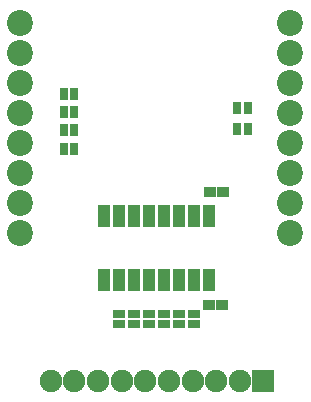
<source format=gts>
G04 #@! TF.GenerationSoftware,KiCad,Pcbnew,(2017-09-19 revision dddaa7e69)-makepkg*
G04 #@! TF.CreationDate,2017-10-30T22:08:35+10:30*
G04 #@! TF.ProjectId,din_isolated_SPI,64696E5F69736F6C617465645F535049,rev?*
G04 #@! TF.SameCoordinates,Original*
G04 #@! TF.FileFunction,Soldermask,Top*
G04 #@! TF.FilePolarity,Negative*
%FSLAX46Y46*%
G04 Gerber Fmt 4.6, Leading zero omitted, Abs format (unit mm)*
G04 Created by KiCad (PCBNEW (2017-09-19 revision dddaa7e69)-makepkg) date 10/30/17 22:08:35*
%MOMM*%
%LPD*%
G01*
G04 APERTURE LIST*
%ADD10R,1.000000X1.900000*%
%ADD11R,1.000000X0.900000*%
%ADD12R,0.800000X1.000000*%
%ADD13R,1.000000X0.800000*%
%ADD14C,1.900000*%
%ADD15R,1.900000X1.900000*%
%ADD16C,2.200000*%
G04 APERTURE END LIST*
D10*
X137160000Y-81186000D03*
X135890000Y-81186000D03*
X134620000Y-81186000D03*
X133350000Y-81186000D03*
X132080000Y-81186000D03*
X130810000Y-81186000D03*
X129540000Y-81186000D03*
X128270000Y-81186000D03*
X128270000Y-75786000D03*
X129540000Y-75786000D03*
X130810000Y-75786000D03*
X132080000Y-75786000D03*
X133350000Y-75786000D03*
X134620000Y-75786000D03*
X135890000Y-75786000D03*
X137160000Y-75786000D03*
D11*
X137182000Y-73787000D03*
X138282000Y-73787000D03*
X138218000Y-83312000D03*
X137118000Y-83312000D03*
D12*
X125736000Y-65468500D03*
X124836000Y-65468500D03*
X124836000Y-68558800D03*
X125736000Y-68558800D03*
X125736000Y-70104000D03*
X124836000Y-70104000D03*
X140404000Y-66675000D03*
X139504000Y-66675000D03*
X139504000Y-68453000D03*
X140404000Y-68453000D03*
D13*
X135890000Y-84068500D03*
X135890000Y-84968500D03*
X134620000Y-84968500D03*
X134620000Y-84068500D03*
X133350000Y-84068500D03*
X133350000Y-84968500D03*
X132080000Y-84968500D03*
X132080000Y-84068500D03*
X130810000Y-84068500D03*
X130810000Y-84968500D03*
X129540000Y-84968500D03*
X129540000Y-84068500D03*
D12*
X124836000Y-67013700D03*
X125736000Y-67013700D03*
D14*
X123732000Y-89789000D03*
X125732000Y-89789000D03*
X127732000Y-89789000D03*
X129732000Y-89789000D03*
X131732000Y-89789000D03*
X133732000Y-89789000D03*
X135732000Y-89789000D03*
X137732000Y-89789000D03*
X139732000Y-89789000D03*
D15*
X141732000Y-89789000D03*
D16*
X144018000Y-59436000D03*
X144018000Y-61976000D03*
X144018000Y-64516000D03*
X144018000Y-67056000D03*
X144018000Y-69596000D03*
X144018000Y-72136000D03*
X144018000Y-74676000D03*
X144018000Y-77216000D03*
X121158000Y-77216000D03*
X121158000Y-74676000D03*
X121158000Y-72136000D03*
X121158000Y-69596000D03*
X121158000Y-67056000D03*
X121158000Y-64516000D03*
X121158000Y-61976000D03*
X121158000Y-59436000D03*
M02*

</source>
